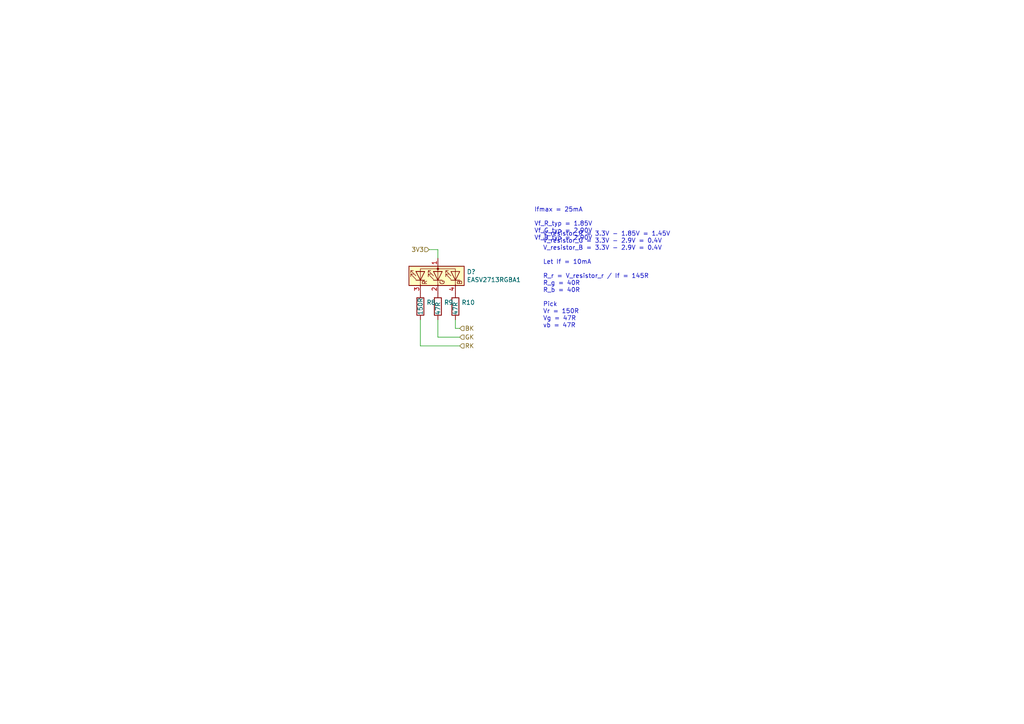
<source format=kicad_sch>
(kicad_sch (version 20211123) (generator eeschema)
  (paper "A4")
  (lib_symbols
    (symbol "Device:R" (pin_numbers hide) (pin_names (offset 0))
      (property "Reference" "R" (at 2.032 0 90))
      (property "Value" "R" (at 0 0 90))
      (symbol "R_0_1"
        (rectangle (start -1.016 -2.54) (end 1.016 2.54) (stroke (width 0.254)))
      )
      (symbol "R_1_1"
        (pin passive line (at 0 3.81 270) (length 1.27) (name "~") (number "1"))
        (pin passive line (at 0 -3.81 90) (length 1.27) (name "~") (number "2"))
      )
    )
    (symbol "william_led:EASV2713RGBA1" (pin_names (offset 0) hide)
      (property "Reference" "D" (at 0 9.398 0))
      (property "Value" "EASV2713RGBA1" (at 0 -8.89 0))
      (symbol "EASV2713RGBA1_0_0"
        (text "B" (at -1.905 -6.35 0) (effects (font (size 1.27 1.27))))
        (text "G" (at -1.905 -1.27 0) (effects (font (size 1.27 1.27))))
        (text "R" (at -1.905 3.81 0) (effects (font (size 1.27 1.27))))
      )
      (symbol "EASV2713RGBA1_0_1"
        (polyline (pts (xy -1.27 -5.08) (xy -2.54 -5.08)))
        (polyline (pts (xy -1.27 -5.08) (xy 1.27 -5.08)))
        (polyline (pts (xy -1.27 -3.81) (xy -1.27 -6.35)))
        (polyline (pts (xy -1.27 -3.81) (xy -1.27 -6.35)) (stroke (width 0.2032)))
        (polyline (pts (xy -1.27 0) (xy -2.54 0)))
        (polyline (pts (xy -1.27 0) (xy 1.27 0)))
        (polyline (pts (xy -1.27 1.27) (xy -1.27 -1.27)) (stroke (width 0.2032)))
        (polyline (pts (xy -1.27 5.08) (xy -2.54 5.08)))
        (polyline (pts (xy -1.27 6.35) (xy -1.27 3.81)) (stroke (width 0.2032)))
        (polyline (pts (xy 1.27 0) (xy 2.54 0)))
        (polyline (pts (xy 1.27 5.08) (xy -1.27 5.08)))
        (polyline (pts (xy -1.27 1.27) (xy -1.27 -1.27) (xy -1.27 -1.27)))
        (polyline (pts (xy -1.27 6.35) (xy -1.27 3.81) (xy -1.27 3.81)))
        (polyline (pts (xy 1.27 -5.08) (xy 2.032 -5.08) (xy 2.032 5.08) (xy 1.27 5.08)))
        (polyline (pts (xy 1.27 -3.81) (xy 1.27 -6.35) (xy -1.27 -5.08) (xy 1.27 -3.81)) (stroke (width 0.2032)))
        (polyline (pts (xy 1.27 1.27) (xy 1.27 -1.27) (xy -1.27 0) (xy 1.27 1.27)) (stroke (width 0.2032)))
        (polyline (pts (xy 1.27 6.35) (xy 1.27 3.81) (xy -1.27 5.08) (xy 1.27 6.35)) (stroke (width 0.2032)))
        (polyline (pts (xy -1.016 -3.81) (xy 0.508 -2.286) (xy -0.254 -2.286) (xy 0.508 -2.286) (xy 0.508 -3.048)))
        (polyline (pts (xy -1.016 1.27) (xy 0.508 2.794) (xy -0.254 2.794) (xy 0.508 2.794) (xy 0.508 2.032)))
        (polyline (pts (xy -1.016 6.35) (xy 0.508 7.874) (xy -0.254 7.874) (xy 0.508 7.874) (xy 0.508 7.112)))
        (polyline (pts (xy 0 -3.81) (xy 1.524 -2.286) (xy 0.762 -2.286) (xy 1.524 -2.286) (xy 1.524 -3.048)))
        (polyline (pts (xy 0 1.27) (xy 1.524 2.794) (xy 0.762 2.794) (xy 1.524 2.794) (xy 1.524 2.032)))
        (polyline (pts (xy 0 6.35) (xy 1.524 7.874) (xy 0.762 7.874) (xy 1.524 7.874) (xy 1.524 7.112)))
        (rectangle (start 1.27 -1.27) (end 1.27 1.27))
        (rectangle (start 1.27 1.27) (end 1.27 1.27))
        (rectangle (start 1.27 3.81) (end 1.27 6.35))
        (rectangle (start 1.27 6.35) (end 1.27 6.35))
        (circle (center 2.032 0) (radius 0.254) (fill (type outline)))
        (rectangle (start 2.794 8.382) (end -2.794 -7.62) (stroke (width 0.254)) (fill (type background)))
      )
      (symbol "EASV2713RGBA1_1_1"
        (pin passive line (at 5.08 0 180) (length 2.54) (name "A") (number "1"))
        (pin passive line (at -5.08 0 0) (length 2.54) (name "GK") (number "2"))
        (pin passive line (at -5.08 5.08 0) (length 2.54) (name "RK") (number "3"))
        (pin passive line (at -5.08 -5.08 0) (length 2.54) (name "BK") (number "4"))
      )
    )
  )
  (wire (pts (xy 121.92 100.33) (xy 133.35 100.33)))
  (wire (pts (xy 127 97.79) (xy 127 92.71)))
  (wire (pts (xy 132.08 95.25) (xy 132.08 92.71)))
  (wire (pts (xy 132.08 95.25) (xy 133.35 95.25)))
  (wire (pts (xy 121.92 100.33) (xy 121.92 92.71)))
  (wire (pts (xy 127 72.39) (xy 127 74.93)))
  (wire (pts (xy 127 97.79) (xy 133.35 97.79)))
  (wire (pts (xy 124.46 72.39) (xy 127 72.39)))
  (text "V_resistor_R = 3.3V - 1.85V = 1.45V\nV_resistor_G = 3.3V - 2.9V = 0.4V\nV_resistor_B = 3.3V - 2.9V = 0.4V\n\nLet If = 10mA\n\nR_r = V_resistor_r / If = 145R\nR_g = 40R\nR_b = 40R\n\nPick\nVr = 150R\nVg = 47R\nvb = 47R" (at 157.48 95.25 0) (effects (font (size 1.27 1.27)) (justify left bottom)))
  (text "Ifmax = 25mA\n\nVf_R_typ = 1.85V\nVf_G_typ = 2.90V\nVf_B_typ = 2.90V\n" (at 154.94 69.85 0) (effects (font (size 1.27 1.27)) (justify left bottom)))
  (hierarchical_label "GK" (shape input) (at 133.35 97.79 0))
  (hierarchical_label "RK" (shape input) (at 133.35 100.33 0))
  (hierarchical_label "3V3" (shape input) (at 124.46 72.39 180))
  (hierarchical_label "BK" (shape input) (at 133.35 95.25 0))
  (symbol (lib_id "william_led:EASV2713RGBA1") (at 127 80.01 90) (unit 1)
    (property "Reference" "D?" (at 135.382 78.8416 90) (effects (justify right)))
    (property "Value" "EASV2713RGBA1" (at 135.382 81.153 90) (effects (justify right)))
    (property "Footprint" "william_led:EASV2713RGBA1" (effects hide))
  )
  (symbol (lib_id "Device:R") (at 121.92 88.9 0) (unit 1)
    (property "Reference" "R8" (at 123.698 87.7316 0) (effects (justify left)))
    (property "Value" "150R" (at 121.92 91.44 90) (effects (justify left)))
    (property "Footprint" "Resistor_SMD:R_0603_1608Metric" (effects hide))
  )
  (symbol (lib_id "Device:R") (at 127 88.9 0) (unit 1)
    (property "Reference" "R9" (at 128.778 87.7316 0) (effects (justify left)))
    (property "Value" "47R" (at 127 91.44 90) (effects (justify left)))
    (property "Footprint" "Resistor_SMD:R_0603_1608Metric" (effects hide))
  )
  (symbol (lib_id "Device:R") (at 132.08 88.9 0) (unit 1)
    (property "Reference" "R10" (at 133.858 87.7316 0) (effects (justify left)))
    (property "Value" "47R" (at 132.08 91.44 90) (effects (justify left)))
    (property "Footprint" "Resistor_SMD:R_0603_1608Metric" (effects hide))
  )
)
</source>
